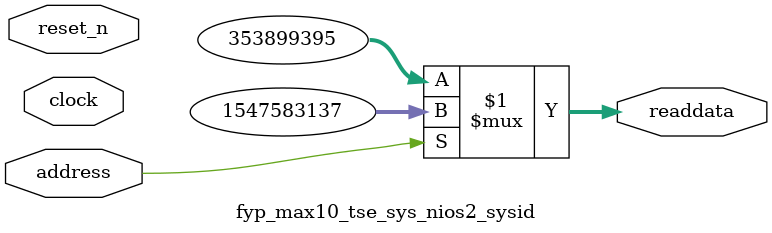
<source format=v>



// synthesis translate_off
`timescale 1ns / 1ps
// synthesis translate_on

// turn off superfluous verilog processor warnings 
// altera message_level Level1 
// altera message_off 10034 10035 10036 10037 10230 10240 10030 

module fyp_max10_tse_sys_nios2_sysid (
               // inputs:
                address,
                clock,
                reset_n,

               // outputs:
                readdata
             )
;

  output  [ 31: 0] readdata;
  input            address;
  input            clock;
  input            reset_n;

  wire    [ 31: 0] readdata;
  //control_slave, which is an e_avalon_slave
  assign readdata = address ? 1547583137 : 353899395;

endmodule



</source>
